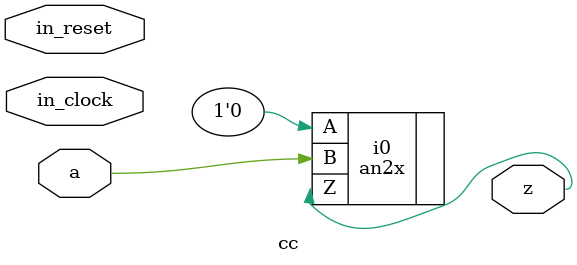
<source format=v>
module aa (a, z, in_rst, clk);
input in_rst, clk;
input a;
output z;

  an2x i0 (.A(1'b0), .B(a), .Z(z));

endmodule

module ab (a, z, in_rst, clk);
input in_rst, clk;
input a;
output z;

  an2x i0 (.A(1'b0), .B(a), .Z(z));

endmodule

module cc (a, z, in_reset, in_clock);
input in_clock, in_reset;
input a;
output z;

  an2x i0 (.A(1'b0), .B(a), .Z(z));

endmodule


</source>
